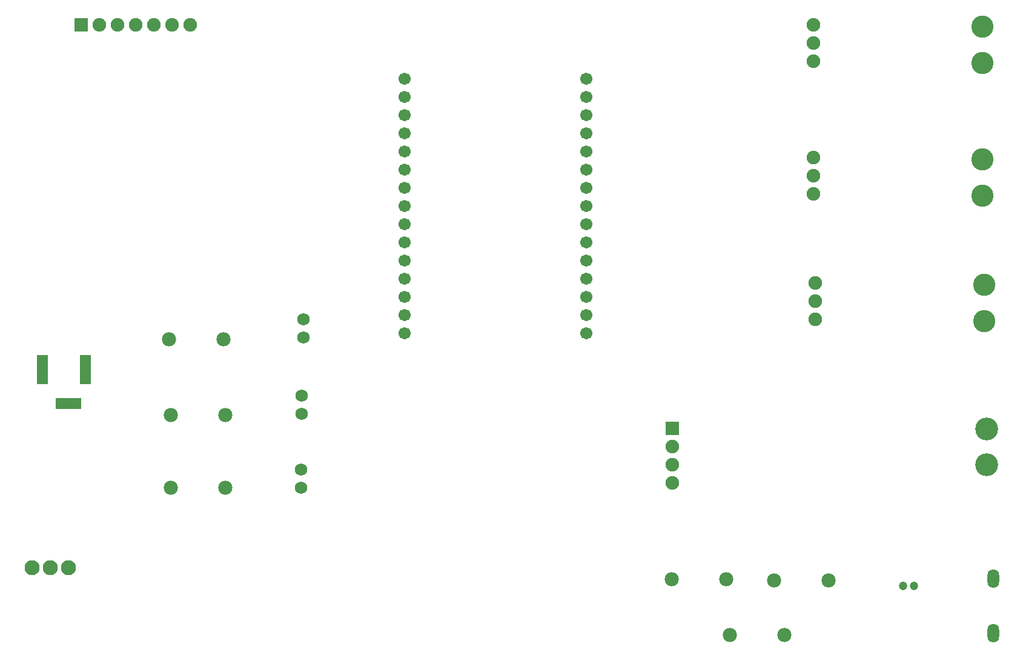
<source format=gts>
G04 Layer: TopSolderMaskLayer*
G04 EasyEDA v6.5.42, 2024-05-04 09:00:08*
G04 1b880a871dba45ccba3123794a0e531b,10*
G04 Gerber Generator version 0.2*
G04 Scale: 100 percent, Rotated: No, Reflected: No *
G04 Dimensions in millimeters *
G04 leading zeros omitted , absolute positions ,4 integer and 5 decimal *
%FSLAX45Y45*%
%MOMM*%

%AMMACRO1*1,1,$1,$2,$3*1,1,$1,$4,$5*1,1,$1,0-$2,0-$3*1,1,$1,0-$4,0-$5*20,1,$1,$2,$3,$4,$5,0*20,1,$1,$4,$5,0-$2,0-$3,0*20,1,$1,0-$2,0-$3,0-$4,0-$5,0*20,1,$1,0-$4,0-$5,$2,$3,0*4,1,4,$2,$3,$4,$5,0-$2,0-$3,0-$4,0-$5,$2,$3,0*%
%ADD10C,1.2032*%
%ADD11C,1.7526*%
%ADD12C,1.9812*%
%ADD13C,1.7016*%
%ADD14C,3.2032*%
%ADD15MACRO1,0.2032X0.85X0.85X0.85X-0.85*%
%ADD16C,1.9032*%
%ADD17C,3.1016*%
%ADD18C,1.9016*%
%ADD19C,2.1016*%
%ADD20O,1.6256000000000002X2.6416*%
%ADD21MACRO1,0.1016X0.7X-1.9995X-0.7X-1.9995*%
%ADD22MACRO1,0.1016X-1.7502X-0.7X-1.7502X0.7*%
%ADD23MACRO1,0.1X-0.9X0.9X0.9X0.9*%
%ADD24C,1.9000*%

%LPD*%
D10*
G01*
X14146667Y-3530610D03*
G01*
X13996553Y-3530610D03*
D11*
G01*
X5613400Y190500D03*
G01*
X5613400Y-63500D03*
G01*
X5588000Y-876300D03*
G01*
X5588000Y-1130300D03*
G01*
X5575300Y-1905000D03*
G01*
X5575300Y-2159000D03*
D12*
G01*
X3759200Y-2159000D03*
G01*
X4521200Y-2159000D03*
G01*
X10756900Y-3441700D03*
G01*
X11518900Y-3441700D03*
G01*
X12192000Y-3454400D03*
G01*
X12954000Y-3454400D03*
G01*
X11569700Y-4216400D03*
G01*
X12331700Y-4216400D03*
G01*
X3733800Y-88900D03*
G01*
X4495800Y-88900D03*
G01*
X3759200Y-1143000D03*
G01*
X4521200Y-1143000D03*
D13*
G01*
X9563100Y0D03*
G01*
X9563100Y254000D03*
G01*
X9563100Y508000D03*
G01*
X9563100Y762000D03*
G01*
X9563100Y1016000D03*
G01*
X9563100Y1270000D03*
G01*
X9563100Y1524000D03*
G01*
X9563100Y1778000D03*
G01*
X9563100Y2032000D03*
G01*
X9563100Y2286000D03*
G01*
X9563100Y2540000D03*
G01*
X9563100Y2794000D03*
G01*
X9563100Y3048000D03*
G01*
X9563100Y3302000D03*
G01*
X9563100Y3556000D03*
G01*
X7023100Y3556000D03*
G01*
X7023100Y3302000D03*
G01*
X7023100Y3048000D03*
G01*
X7023100Y2794000D03*
G01*
X7023100Y2540000D03*
G01*
X7023100Y2286000D03*
G01*
X7023100Y2032000D03*
G01*
X7023100Y1778000D03*
G01*
X7023100Y1524000D03*
G01*
X7023100Y1270000D03*
G01*
X7023100Y1016000D03*
G01*
X7023100Y762000D03*
G01*
X7023100Y508000D03*
G01*
X7023100Y254000D03*
G01*
X7023100Y0D03*
D14*
G01*
X15163800Y-1841500D03*
G01*
X15163800Y-1343660D03*
D15*
G01*
X10769598Y-1333500D03*
D16*
G01*
X10769600Y-1587500D03*
G01*
X10769600Y-1841500D03*
G01*
X10769600Y-2095500D03*
D17*
G01*
X15100300Y4279900D03*
G01*
X15100300Y3771900D03*
D18*
G01*
X12738100Y4305300D03*
G01*
X12738100Y4051300D03*
G01*
X12738100Y3797300D03*
D17*
G01*
X15100300Y2425700D03*
G01*
X15100300Y1917700D03*
D18*
G01*
X12738100Y2451100D03*
G01*
X12738100Y2197100D03*
G01*
X12738100Y1943100D03*
D17*
G01*
X15125700Y673100D03*
G01*
X15125700Y165100D03*
D18*
G01*
X12763500Y698500D03*
G01*
X12763500Y444500D03*
G01*
X12763500Y190500D03*
D19*
G01*
X1816100Y-3276600D03*
G01*
X2070100Y-3276600D03*
G01*
X2324100Y-3276600D03*
D20*
G01*
X15252700Y-3429000D03*
G01*
X15252700Y-4191000D03*
D21*
G01*
X2565400Y-508050D03*
G01*
X1965071Y-508050D03*
D22*
G01*
X2325382Y-988009D03*
D23*
G01*
X2502027Y4305426D03*
D24*
G01*
X4025772Y4304919D03*
G01*
X3771772Y4305172D03*
G01*
X3517772Y4305172D03*
G01*
X3264027Y4305680D03*
G01*
X3010027Y4304919D03*
G01*
X2756027Y4304919D03*
M02*

</source>
